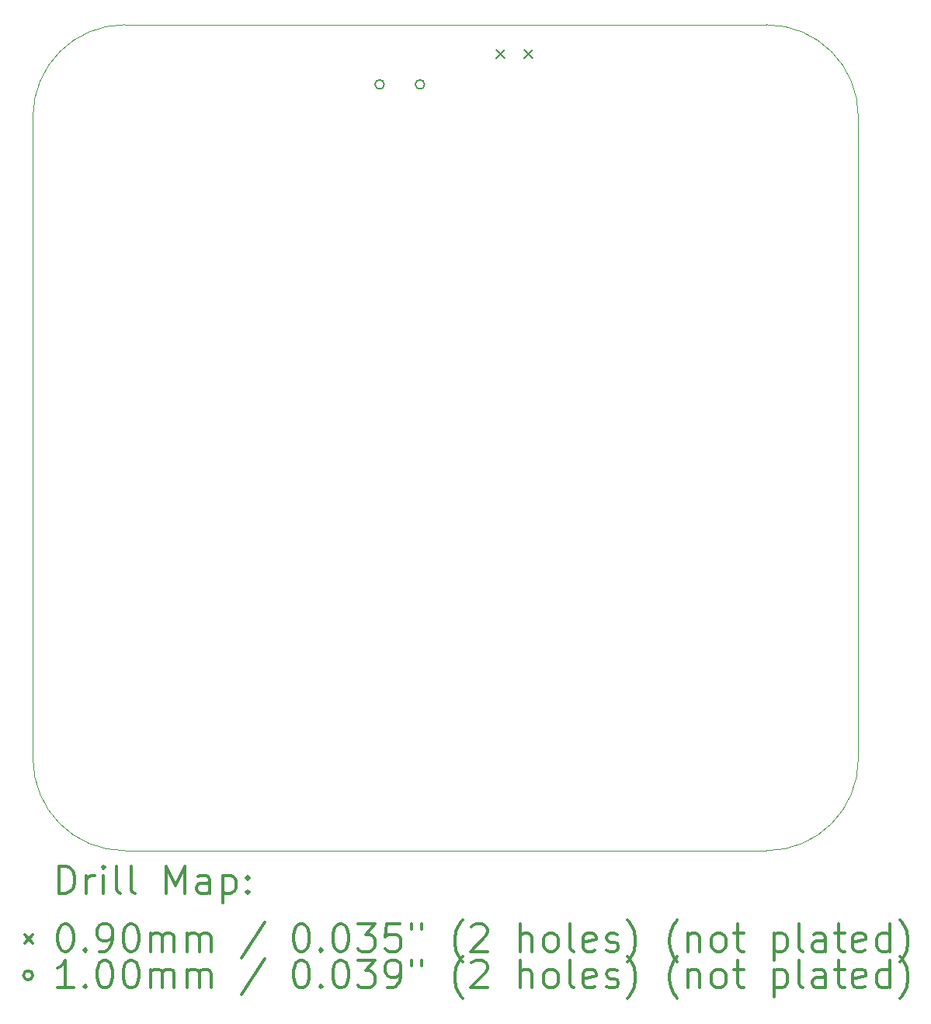
<source format=gbr>
%FSLAX45Y45*%
G04 Gerber Fmt 4.5, Leading zero omitted, Abs format (unit mm)*
G04 Created by KiCad (PCBNEW (5.1.8)-1) date 2021-04-18 14:38:34*
%MOMM*%
%LPD*%
G01*
G04 APERTURE LIST*
%TA.AperFunction,Profile*%
%ADD10C,0.050000*%
%TD*%
%ADD11C,0.200000*%
%ADD12C,0.300000*%
G04 APERTURE END LIST*
D10*
X5500000Y-14000000D02*
G75*
G02*
X4500000Y-13000000I0J1000000D01*
G01*
X13500000Y-13000000D02*
G75*
G02*
X12500000Y-14000000I-1000000J0D01*
G01*
X12500000Y-5000000D02*
G75*
G02*
X13500000Y-6000000I0J-1000000D01*
G01*
X13500000Y-6000000D02*
X13500000Y-13000000D01*
X5500000Y-14000000D02*
X12500000Y-14000000D01*
X5500000Y-5000000D02*
X12500000Y-5000000D01*
X4500000Y-6000000D02*
G75*
G02*
X5500000Y-5000000I1000000J0D01*
G01*
X4500000Y-6000000D02*
X4500000Y-13000000D01*
D11*
X9555000Y-5272000D02*
X9645000Y-5362000D01*
X9645000Y-5272000D02*
X9555000Y-5362000D01*
X9855000Y-5272000D02*
X9945000Y-5362000D01*
X9945000Y-5272000D02*
X9855000Y-5362000D01*
X8330000Y-5650000D02*
G75*
G03*
X8330000Y-5650000I-50000J0D01*
G01*
X8770000Y-5650000D02*
G75*
G03*
X8770000Y-5650000I-50000J0D01*
G01*
D12*
X4783928Y-14468214D02*
X4783928Y-14168214D01*
X4855357Y-14168214D01*
X4898214Y-14182500D01*
X4926786Y-14211071D01*
X4941071Y-14239643D01*
X4955357Y-14296786D01*
X4955357Y-14339643D01*
X4941071Y-14396786D01*
X4926786Y-14425357D01*
X4898214Y-14453929D01*
X4855357Y-14468214D01*
X4783928Y-14468214D01*
X5083928Y-14468214D02*
X5083928Y-14268214D01*
X5083928Y-14325357D02*
X5098214Y-14296786D01*
X5112500Y-14282500D01*
X5141071Y-14268214D01*
X5169643Y-14268214D01*
X5269643Y-14468214D02*
X5269643Y-14268214D01*
X5269643Y-14168214D02*
X5255357Y-14182500D01*
X5269643Y-14196786D01*
X5283928Y-14182500D01*
X5269643Y-14168214D01*
X5269643Y-14196786D01*
X5455357Y-14468214D02*
X5426786Y-14453929D01*
X5412500Y-14425357D01*
X5412500Y-14168214D01*
X5612500Y-14468214D02*
X5583928Y-14453929D01*
X5569643Y-14425357D01*
X5569643Y-14168214D01*
X5955357Y-14468214D02*
X5955357Y-14168214D01*
X6055357Y-14382500D01*
X6155357Y-14168214D01*
X6155357Y-14468214D01*
X6426786Y-14468214D02*
X6426786Y-14311071D01*
X6412500Y-14282500D01*
X6383928Y-14268214D01*
X6326786Y-14268214D01*
X6298214Y-14282500D01*
X6426786Y-14453929D02*
X6398214Y-14468214D01*
X6326786Y-14468214D01*
X6298214Y-14453929D01*
X6283928Y-14425357D01*
X6283928Y-14396786D01*
X6298214Y-14368214D01*
X6326786Y-14353929D01*
X6398214Y-14353929D01*
X6426786Y-14339643D01*
X6569643Y-14268214D02*
X6569643Y-14568214D01*
X6569643Y-14282500D02*
X6598214Y-14268214D01*
X6655357Y-14268214D01*
X6683928Y-14282500D01*
X6698214Y-14296786D01*
X6712500Y-14325357D01*
X6712500Y-14411071D01*
X6698214Y-14439643D01*
X6683928Y-14453929D01*
X6655357Y-14468214D01*
X6598214Y-14468214D01*
X6569643Y-14453929D01*
X6841071Y-14439643D02*
X6855357Y-14453929D01*
X6841071Y-14468214D01*
X6826786Y-14453929D01*
X6841071Y-14439643D01*
X6841071Y-14468214D01*
X6841071Y-14282500D02*
X6855357Y-14296786D01*
X6841071Y-14311071D01*
X6826786Y-14296786D01*
X6841071Y-14282500D01*
X6841071Y-14311071D01*
X4407500Y-14917500D02*
X4497500Y-15007500D01*
X4497500Y-14917500D02*
X4407500Y-15007500D01*
X4841071Y-14798214D02*
X4869643Y-14798214D01*
X4898214Y-14812500D01*
X4912500Y-14826786D01*
X4926786Y-14855357D01*
X4941071Y-14912500D01*
X4941071Y-14983929D01*
X4926786Y-15041071D01*
X4912500Y-15069643D01*
X4898214Y-15083929D01*
X4869643Y-15098214D01*
X4841071Y-15098214D01*
X4812500Y-15083929D01*
X4798214Y-15069643D01*
X4783928Y-15041071D01*
X4769643Y-14983929D01*
X4769643Y-14912500D01*
X4783928Y-14855357D01*
X4798214Y-14826786D01*
X4812500Y-14812500D01*
X4841071Y-14798214D01*
X5069643Y-15069643D02*
X5083928Y-15083929D01*
X5069643Y-15098214D01*
X5055357Y-15083929D01*
X5069643Y-15069643D01*
X5069643Y-15098214D01*
X5226786Y-15098214D02*
X5283928Y-15098214D01*
X5312500Y-15083929D01*
X5326786Y-15069643D01*
X5355357Y-15026786D01*
X5369643Y-14969643D01*
X5369643Y-14855357D01*
X5355357Y-14826786D01*
X5341071Y-14812500D01*
X5312500Y-14798214D01*
X5255357Y-14798214D01*
X5226786Y-14812500D01*
X5212500Y-14826786D01*
X5198214Y-14855357D01*
X5198214Y-14926786D01*
X5212500Y-14955357D01*
X5226786Y-14969643D01*
X5255357Y-14983929D01*
X5312500Y-14983929D01*
X5341071Y-14969643D01*
X5355357Y-14955357D01*
X5369643Y-14926786D01*
X5555357Y-14798214D02*
X5583928Y-14798214D01*
X5612500Y-14812500D01*
X5626786Y-14826786D01*
X5641071Y-14855357D01*
X5655357Y-14912500D01*
X5655357Y-14983929D01*
X5641071Y-15041071D01*
X5626786Y-15069643D01*
X5612500Y-15083929D01*
X5583928Y-15098214D01*
X5555357Y-15098214D01*
X5526786Y-15083929D01*
X5512500Y-15069643D01*
X5498214Y-15041071D01*
X5483928Y-14983929D01*
X5483928Y-14912500D01*
X5498214Y-14855357D01*
X5512500Y-14826786D01*
X5526786Y-14812500D01*
X5555357Y-14798214D01*
X5783928Y-15098214D02*
X5783928Y-14898214D01*
X5783928Y-14926786D02*
X5798214Y-14912500D01*
X5826786Y-14898214D01*
X5869643Y-14898214D01*
X5898214Y-14912500D01*
X5912500Y-14941071D01*
X5912500Y-15098214D01*
X5912500Y-14941071D02*
X5926786Y-14912500D01*
X5955357Y-14898214D01*
X5998214Y-14898214D01*
X6026786Y-14912500D01*
X6041071Y-14941071D01*
X6041071Y-15098214D01*
X6183928Y-15098214D02*
X6183928Y-14898214D01*
X6183928Y-14926786D02*
X6198214Y-14912500D01*
X6226786Y-14898214D01*
X6269643Y-14898214D01*
X6298214Y-14912500D01*
X6312500Y-14941071D01*
X6312500Y-15098214D01*
X6312500Y-14941071D02*
X6326786Y-14912500D01*
X6355357Y-14898214D01*
X6398214Y-14898214D01*
X6426786Y-14912500D01*
X6441071Y-14941071D01*
X6441071Y-15098214D01*
X7026786Y-14783929D02*
X6769643Y-15169643D01*
X7412500Y-14798214D02*
X7441071Y-14798214D01*
X7469643Y-14812500D01*
X7483928Y-14826786D01*
X7498214Y-14855357D01*
X7512500Y-14912500D01*
X7512500Y-14983929D01*
X7498214Y-15041071D01*
X7483928Y-15069643D01*
X7469643Y-15083929D01*
X7441071Y-15098214D01*
X7412500Y-15098214D01*
X7383928Y-15083929D01*
X7369643Y-15069643D01*
X7355357Y-15041071D01*
X7341071Y-14983929D01*
X7341071Y-14912500D01*
X7355357Y-14855357D01*
X7369643Y-14826786D01*
X7383928Y-14812500D01*
X7412500Y-14798214D01*
X7641071Y-15069643D02*
X7655357Y-15083929D01*
X7641071Y-15098214D01*
X7626786Y-15083929D01*
X7641071Y-15069643D01*
X7641071Y-15098214D01*
X7841071Y-14798214D02*
X7869643Y-14798214D01*
X7898214Y-14812500D01*
X7912500Y-14826786D01*
X7926786Y-14855357D01*
X7941071Y-14912500D01*
X7941071Y-14983929D01*
X7926786Y-15041071D01*
X7912500Y-15069643D01*
X7898214Y-15083929D01*
X7869643Y-15098214D01*
X7841071Y-15098214D01*
X7812500Y-15083929D01*
X7798214Y-15069643D01*
X7783928Y-15041071D01*
X7769643Y-14983929D01*
X7769643Y-14912500D01*
X7783928Y-14855357D01*
X7798214Y-14826786D01*
X7812500Y-14812500D01*
X7841071Y-14798214D01*
X8041071Y-14798214D02*
X8226786Y-14798214D01*
X8126786Y-14912500D01*
X8169643Y-14912500D01*
X8198214Y-14926786D01*
X8212500Y-14941071D01*
X8226786Y-14969643D01*
X8226786Y-15041071D01*
X8212500Y-15069643D01*
X8198214Y-15083929D01*
X8169643Y-15098214D01*
X8083928Y-15098214D01*
X8055357Y-15083929D01*
X8041071Y-15069643D01*
X8498214Y-14798214D02*
X8355357Y-14798214D01*
X8341071Y-14941071D01*
X8355357Y-14926786D01*
X8383928Y-14912500D01*
X8455357Y-14912500D01*
X8483928Y-14926786D01*
X8498214Y-14941071D01*
X8512500Y-14969643D01*
X8512500Y-15041071D01*
X8498214Y-15069643D01*
X8483928Y-15083929D01*
X8455357Y-15098214D01*
X8383928Y-15098214D01*
X8355357Y-15083929D01*
X8341071Y-15069643D01*
X8626786Y-14798214D02*
X8626786Y-14855357D01*
X8741071Y-14798214D02*
X8741071Y-14855357D01*
X9183928Y-15212500D02*
X9169643Y-15198214D01*
X9141071Y-15155357D01*
X9126786Y-15126786D01*
X9112500Y-15083929D01*
X9098214Y-15012500D01*
X9098214Y-14955357D01*
X9112500Y-14883929D01*
X9126786Y-14841071D01*
X9141071Y-14812500D01*
X9169643Y-14769643D01*
X9183928Y-14755357D01*
X9283928Y-14826786D02*
X9298214Y-14812500D01*
X9326786Y-14798214D01*
X9398214Y-14798214D01*
X9426786Y-14812500D01*
X9441071Y-14826786D01*
X9455357Y-14855357D01*
X9455357Y-14883929D01*
X9441071Y-14926786D01*
X9269643Y-15098214D01*
X9455357Y-15098214D01*
X9812500Y-15098214D02*
X9812500Y-14798214D01*
X9941071Y-15098214D02*
X9941071Y-14941071D01*
X9926786Y-14912500D01*
X9898214Y-14898214D01*
X9855357Y-14898214D01*
X9826786Y-14912500D01*
X9812500Y-14926786D01*
X10126786Y-15098214D02*
X10098214Y-15083929D01*
X10083928Y-15069643D01*
X10069643Y-15041071D01*
X10069643Y-14955357D01*
X10083928Y-14926786D01*
X10098214Y-14912500D01*
X10126786Y-14898214D01*
X10169643Y-14898214D01*
X10198214Y-14912500D01*
X10212500Y-14926786D01*
X10226786Y-14955357D01*
X10226786Y-15041071D01*
X10212500Y-15069643D01*
X10198214Y-15083929D01*
X10169643Y-15098214D01*
X10126786Y-15098214D01*
X10398214Y-15098214D02*
X10369643Y-15083929D01*
X10355357Y-15055357D01*
X10355357Y-14798214D01*
X10626786Y-15083929D02*
X10598214Y-15098214D01*
X10541071Y-15098214D01*
X10512500Y-15083929D01*
X10498214Y-15055357D01*
X10498214Y-14941071D01*
X10512500Y-14912500D01*
X10541071Y-14898214D01*
X10598214Y-14898214D01*
X10626786Y-14912500D01*
X10641071Y-14941071D01*
X10641071Y-14969643D01*
X10498214Y-14998214D01*
X10755357Y-15083929D02*
X10783928Y-15098214D01*
X10841071Y-15098214D01*
X10869643Y-15083929D01*
X10883928Y-15055357D01*
X10883928Y-15041071D01*
X10869643Y-15012500D01*
X10841071Y-14998214D01*
X10798214Y-14998214D01*
X10769643Y-14983929D01*
X10755357Y-14955357D01*
X10755357Y-14941071D01*
X10769643Y-14912500D01*
X10798214Y-14898214D01*
X10841071Y-14898214D01*
X10869643Y-14912500D01*
X10983928Y-15212500D02*
X10998214Y-15198214D01*
X11026786Y-15155357D01*
X11041071Y-15126786D01*
X11055357Y-15083929D01*
X11069643Y-15012500D01*
X11069643Y-14955357D01*
X11055357Y-14883929D01*
X11041071Y-14841071D01*
X11026786Y-14812500D01*
X10998214Y-14769643D01*
X10983928Y-14755357D01*
X11526786Y-15212500D02*
X11512500Y-15198214D01*
X11483928Y-15155357D01*
X11469643Y-15126786D01*
X11455357Y-15083929D01*
X11441071Y-15012500D01*
X11441071Y-14955357D01*
X11455357Y-14883929D01*
X11469643Y-14841071D01*
X11483928Y-14812500D01*
X11512500Y-14769643D01*
X11526786Y-14755357D01*
X11641071Y-14898214D02*
X11641071Y-15098214D01*
X11641071Y-14926786D02*
X11655357Y-14912500D01*
X11683928Y-14898214D01*
X11726786Y-14898214D01*
X11755357Y-14912500D01*
X11769643Y-14941071D01*
X11769643Y-15098214D01*
X11955357Y-15098214D02*
X11926786Y-15083929D01*
X11912500Y-15069643D01*
X11898214Y-15041071D01*
X11898214Y-14955357D01*
X11912500Y-14926786D01*
X11926786Y-14912500D01*
X11955357Y-14898214D01*
X11998214Y-14898214D01*
X12026786Y-14912500D01*
X12041071Y-14926786D01*
X12055357Y-14955357D01*
X12055357Y-15041071D01*
X12041071Y-15069643D01*
X12026786Y-15083929D01*
X11998214Y-15098214D01*
X11955357Y-15098214D01*
X12141071Y-14898214D02*
X12255357Y-14898214D01*
X12183928Y-14798214D02*
X12183928Y-15055357D01*
X12198214Y-15083929D01*
X12226786Y-15098214D01*
X12255357Y-15098214D01*
X12583928Y-14898214D02*
X12583928Y-15198214D01*
X12583928Y-14912500D02*
X12612500Y-14898214D01*
X12669643Y-14898214D01*
X12698214Y-14912500D01*
X12712500Y-14926786D01*
X12726786Y-14955357D01*
X12726786Y-15041071D01*
X12712500Y-15069643D01*
X12698214Y-15083929D01*
X12669643Y-15098214D01*
X12612500Y-15098214D01*
X12583928Y-15083929D01*
X12898214Y-15098214D02*
X12869643Y-15083929D01*
X12855357Y-15055357D01*
X12855357Y-14798214D01*
X13141071Y-15098214D02*
X13141071Y-14941071D01*
X13126786Y-14912500D01*
X13098214Y-14898214D01*
X13041071Y-14898214D01*
X13012500Y-14912500D01*
X13141071Y-15083929D02*
X13112500Y-15098214D01*
X13041071Y-15098214D01*
X13012500Y-15083929D01*
X12998214Y-15055357D01*
X12998214Y-15026786D01*
X13012500Y-14998214D01*
X13041071Y-14983929D01*
X13112500Y-14983929D01*
X13141071Y-14969643D01*
X13241071Y-14898214D02*
X13355357Y-14898214D01*
X13283928Y-14798214D02*
X13283928Y-15055357D01*
X13298214Y-15083929D01*
X13326786Y-15098214D01*
X13355357Y-15098214D01*
X13569643Y-15083929D02*
X13541071Y-15098214D01*
X13483928Y-15098214D01*
X13455357Y-15083929D01*
X13441071Y-15055357D01*
X13441071Y-14941071D01*
X13455357Y-14912500D01*
X13483928Y-14898214D01*
X13541071Y-14898214D01*
X13569643Y-14912500D01*
X13583928Y-14941071D01*
X13583928Y-14969643D01*
X13441071Y-14998214D01*
X13841071Y-15098214D02*
X13841071Y-14798214D01*
X13841071Y-15083929D02*
X13812500Y-15098214D01*
X13755357Y-15098214D01*
X13726786Y-15083929D01*
X13712500Y-15069643D01*
X13698214Y-15041071D01*
X13698214Y-14955357D01*
X13712500Y-14926786D01*
X13726786Y-14912500D01*
X13755357Y-14898214D01*
X13812500Y-14898214D01*
X13841071Y-14912500D01*
X13955357Y-15212500D02*
X13969643Y-15198214D01*
X13998214Y-15155357D01*
X14012500Y-15126786D01*
X14026786Y-15083929D01*
X14041071Y-15012500D01*
X14041071Y-14955357D01*
X14026786Y-14883929D01*
X14012500Y-14841071D01*
X13998214Y-14812500D01*
X13969643Y-14769643D01*
X13955357Y-14755357D01*
X4497500Y-15358500D02*
G75*
G03*
X4497500Y-15358500I-50000J0D01*
G01*
X4941071Y-15494214D02*
X4769643Y-15494214D01*
X4855357Y-15494214D02*
X4855357Y-15194214D01*
X4826786Y-15237071D01*
X4798214Y-15265643D01*
X4769643Y-15279929D01*
X5069643Y-15465643D02*
X5083928Y-15479929D01*
X5069643Y-15494214D01*
X5055357Y-15479929D01*
X5069643Y-15465643D01*
X5069643Y-15494214D01*
X5269643Y-15194214D02*
X5298214Y-15194214D01*
X5326786Y-15208500D01*
X5341071Y-15222786D01*
X5355357Y-15251357D01*
X5369643Y-15308500D01*
X5369643Y-15379929D01*
X5355357Y-15437071D01*
X5341071Y-15465643D01*
X5326786Y-15479929D01*
X5298214Y-15494214D01*
X5269643Y-15494214D01*
X5241071Y-15479929D01*
X5226786Y-15465643D01*
X5212500Y-15437071D01*
X5198214Y-15379929D01*
X5198214Y-15308500D01*
X5212500Y-15251357D01*
X5226786Y-15222786D01*
X5241071Y-15208500D01*
X5269643Y-15194214D01*
X5555357Y-15194214D02*
X5583928Y-15194214D01*
X5612500Y-15208500D01*
X5626786Y-15222786D01*
X5641071Y-15251357D01*
X5655357Y-15308500D01*
X5655357Y-15379929D01*
X5641071Y-15437071D01*
X5626786Y-15465643D01*
X5612500Y-15479929D01*
X5583928Y-15494214D01*
X5555357Y-15494214D01*
X5526786Y-15479929D01*
X5512500Y-15465643D01*
X5498214Y-15437071D01*
X5483928Y-15379929D01*
X5483928Y-15308500D01*
X5498214Y-15251357D01*
X5512500Y-15222786D01*
X5526786Y-15208500D01*
X5555357Y-15194214D01*
X5783928Y-15494214D02*
X5783928Y-15294214D01*
X5783928Y-15322786D02*
X5798214Y-15308500D01*
X5826786Y-15294214D01*
X5869643Y-15294214D01*
X5898214Y-15308500D01*
X5912500Y-15337071D01*
X5912500Y-15494214D01*
X5912500Y-15337071D02*
X5926786Y-15308500D01*
X5955357Y-15294214D01*
X5998214Y-15294214D01*
X6026786Y-15308500D01*
X6041071Y-15337071D01*
X6041071Y-15494214D01*
X6183928Y-15494214D02*
X6183928Y-15294214D01*
X6183928Y-15322786D02*
X6198214Y-15308500D01*
X6226786Y-15294214D01*
X6269643Y-15294214D01*
X6298214Y-15308500D01*
X6312500Y-15337071D01*
X6312500Y-15494214D01*
X6312500Y-15337071D02*
X6326786Y-15308500D01*
X6355357Y-15294214D01*
X6398214Y-15294214D01*
X6426786Y-15308500D01*
X6441071Y-15337071D01*
X6441071Y-15494214D01*
X7026786Y-15179929D02*
X6769643Y-15565643D01*
X7412500Y-15194214D02*
X7441071Y-15194214D01*
X7469643Y-15208500D01*
X7483928Y-15222786D01*
X7498214Y-15251357D01*
X7512500Y-15308500D01*
X7512500Y-15379929D01*
X7498214Y-15437071D01*
X7483928Y-15465643D01*
X7469643Y-15479929D01*
X7441071Y-15494214D01*
X7412500Y-15494214D01*
X7383928Y-15479929D01*
X7369643Y-15465643D01*
X7355357Y-15437071D01*
X7341071Y-15379929D01*
X7341071Y-15308500D01*
X7355357Y-15251357D01*
X7369643Y-15222786D01*
X7383928Y-15208500D01*
X7412500Y-15194214D01*
X7641071Y-15465643D02*
X7655357Y-15479929D01*
X7641071Y-15494214D01*
X7626786Y-15479929D01*
X7641071Y-15465643D01*
X7641071Y-15494214D01*
X7841071Y-15194214D02*
X7869643Y-15194214D01*
X7898214Y-15208500D01*
X7912500Y-15222786D01*
X7926786Y-15251357D01*
X7941071Y-15308500D01*
X7941071Y-15379929D01*
X7926786Y-15437071D01*
X7912500Y-15465643D01*
X7898214Y-15479929D01*
X7869643Y-15494214D01*
X7841071Y-15494214D01*
X7812500Y-15479929D01*
X7798214Y-15465643D01*
X7783928Y-15437071D01*
X7769643Y-15379929D01*
X7769643Y-15308500D01*
X7783928Y-15251357D01*
X7798214Y-15222786D01*
X7812500Y-15208500D01*
X7841071Y-15194214D01*
X8041071Y-15194214D02*
X8226786Y-15194214D01*
X8126786Y-15308500D01*
X8169643Y-15308500D01*
X8198214Y-15322786D01*
X8212500Y-15337071D01*
X8226786Y-15365643D01*
X8226786Y-15437071D01*
X8212500Y-15465643D01*
X8198214Y-15479929D01*
X8169643Y-15494214D01*
X8083928Y-15494214D01*
X8055357Y-15479929D01*
X8041071Y-15465643D01*
X8369643Y-15494214D02*
X8426786Y-15494214D01*
X8455357Y-15479929D01*
X8469643Y-15465643D01*
X8498214Y-15422786D01*
X8512500Y-15365643D01*
X8512500Y-15251357D01*
X8498214Y-15222786D01*
X8483928Y-15208500D01*
X8455357Y-15194214D01*
X8398214Y-15194214D01*
X8369643Y-15208500D01*
X8355357Y-15222786D01*
X8341071Y-15251357D01*
X8341071Y-15322786D01*
X8355357Y-15351357D01*
X8369643Y-15365643D01*
X8398214Y-15379929D01*
X8455357Y-15379929D01*
X8483928Y-15365643D01*
X8498214Y-15351357D01*
X8512500Y-15322786D01*
X8626786Y-15194214D02*
X8626786Y-15251357D01*
X8741071Y-15194214D02*
X8741071Y-15251357D01*
X9183928Y-15608500D02*
X9169643Y-15594214D01*
X9141071Y-15551357D01*
X9126786Y-15522786D01*
X9112500Y-15479929D01*
X9098214Y-15408500D01*
X9098214Y-15351357D01*
X9112500Y-15279929D01*
X9126786Y-15237071D01*
X9141071Y-15208500D01*
X9169643Y-15165643D01*
X9183928Y-15151357D01*
X9283928Y-15222786D02*
X9298214Y-15208500D01*
X9326786Y-15194214D01*
X9398214Y-15194214D01*
X9426786Y-15208500D01*
X9441071Y-15222786D01*
X9455357Y-15251357D01*
X9455357Y-15279929D01*
X9441071Y-15322786D01*
X9269643Y-15494214D01*
X9455357Y-15494214D01*
X9812500Y-15494214D02*
X9812500Y-15194214D01*
X9941071Y-15494214D02*
X9941071Y-15337071D01*
X9926786Y-15308500D01*
X9898214Y-15294214D01*
X9855357Y-15294214D01*
X9826786Y-15308500D01*
X9812500Y-15322786D01*
X10126786Y-15494214D02*
X10098214Y-15479929D01*
X10083928Y-15465643D01*
X10069643Y-15437071D01*
X10069643Y-15351357D01*
X10083928Y-15322786D01*
X10098214Y-15308500D01*
X10126786Y-15294214D01*
X10169643Y-15294214D01*
X10198214Y-15308500D01*
X10212500Y-15322786D01*
X10226786Y-15351357D01*
X10226786Y-15437071D01*
X10212500Y-15465643D01*
X10198214Y-15479929D01*
X10169643Y-15494214D01*
X10126786Y-15494214D01*
X10398214Y-15494214D02*
X10369643Y-15479929D01*
X10355357Y-15451357D01*
X10355357Y-15194214D01*
X10626786Y-15479929D02*
X10598214Y-15494214D01*
X10541071Y-15494214D01*
X10512500Y-15479929D01*
X10498214Y-15451357D01*
X10498214Y-15337071D01*
X10512500Y-15308500D01*
X10541071Y-15294214D01*
X10598214Y-15294214D01*
X10626786Y-15308500D01*
X10641071Y-15337071D01*
X10641071Y-15365643D01*
X10498214Y-15394214D01*
X10755357Y-15479929D02*
X10783928Y-15494214D01*
X10841071Y-15494214D01*
X10869643Y-15479929D01*
X10883928Y-15451357D01*
X10883928Y-15437071D01*
X10869643Y-15408500D01*
X10841071Y-15394214D01*
X10798214Y-15394214D01*
X10769643Y-15379929D01*
X10755357Y-15351357D01*
X10755357Y-15337071D01*
X10769643Y-15308500D01*
X10798214Y-15294214D01*
X10841071Y-15294214D01*
X10869643Y-15308500D01*
X10983928Y-15608500D02*
X10998214Y-15594214D01*
X11026786Y-15551357D01*
X11041071Y-15522786D01*
X11055357Y-15479929D01*
X11069643Y-15408500D01*
X11069643Y-15351357D01*
X11055357Y-15279929D01*
X11041071Y-15237071D01*
X11026786Y-15208500D01*
X10998214Y-15165643D01*
X10983928Y-15151357D01*
X11526786Y-15608500D02*
X11512500Y-15594214D01*
X11483928Y-15551357D01*
X11469643Y-15522786D01*
X11455357Y-15479929D01*
X11441071Y-15408500D01*
X11441071Y-15351357D01*
X11455357Y-15279929D01*
X11469643Y-15237071D01*
X11483928Y-15208500D01*
X11512500Y-15165643D01*
X11526786Y-15151357D01*
X11641071Y-15294214D02*
X11641071Y-15494214D01*
X11641071Y-15322786D02*
X11655357Y-15308500D01*
X11683928Y-15294214D01*
X11726786Y-15294214D01*
X11755357Y-15308500D01*
X11769643Y-15337071D01*
X11769643Y-15494214D01*
X11955357Y-15494214D02*
X11926786Y-15479929D01*
X11912500Y-15465643D01*
X11898214Y-15437071D01*
X11898214Y-15351357D01*
X11912500Y-15322786D01*
X11926786Y-15308500D01*
X11955357Y-15294214D01*
X11998214Y-15294214D01*
X12026786Y-15308500D01*
X12041071Y-15322786D01*
X12055357Y-15351357D01*
X12055357Y-15437071D01*
X12041071Y-15465643D01*
X12026786Y-15479929D01*
X11998214Y-15494214D01*
X11955357Y-15494214D01*
X12141071Y-15294214D02*
X12255357Y-15294214D01*
X12183928Y-15194214D02*
X12183928Y-15451357D01*
X12198214Y-15479929D01*
X12226786Y-15494214D01*
X12255357Y-15494214D01*
X12583928Y-15294214D02*
X12583928Y-15594214D01*
X12583928Y-15308500D02*
X12612500Y-15294214D01*
X12669643Y-15294214D01*
X12698214Y-15308500D01*
X12712500Y-15322786D01*
X12726786Y-15351357D01*
X12726786Y-15437071D01*
X12712500Y-15465643D01*
X12698214Y-15479929D01*
X12669643Y-15494214D01*
X12612500Y-15494214D01*
X12583928Y-15479929D01*
X12898214Y-15494214D02*
X12869643Y-15479929D01*
X12855357Y-15451357D01*
X12855357Y-15194214D01*
X13141071Y-15494214D02*
X13141071Y-15337071D01*
X13126786Y-15308500D01*
X13098214Y-15294214D01*
X13041071Y-15294214D01*
X13012500Y-15308500D01*
X13141071Y-15479929D02*
X13112500Y-15494214D01*
X13041071Y-15494214D01*
X13012500Y-15479929D01*
X12998214Y-15451357D01*
X12998214Y-15422786D01*
X13012500Y-15394214D01*
X13041071Y-15379929D01*
X13112500Y-15379929D01*
X13141071Y-15365643D01*
X13241071Y-15294214D02*
X13355357Y-15294214D01*
X13283928Y-15194214D02*
X13283928Y-15451357D01*
X13298214Y-15479929D01*
X13326786Y-15494214D01*
X13355357Y-15494214D01*
X13569643Y-15479929D02*
X13541071Y-15494214D01*
X13483928Y-15494214D01*
X13455357Y-15479929D01*
X13441071Y-15451357D01*
X13441071Y-15337071D01*
X13455357Y-15308500D01*
X13483928Y-15294214D01*
X13541071Y-15294214D01*
X13569643Y-15308500D01*
X13583928Y-15337071D01*
X13583928Y-15365643D01*
X13441071Y-15394214D01*
X13841071Y-15494214D02*
X13841071Y-15194214D01*
X13841071Y-15479929D02*
X13812500Y-15494214D01*
X13755357Y-15494214D01*
X13726786Y-15479929D01*
X13712500Y-15465643D01*
X13698214Y-15437071D01*
X13698214Y-15351357D01*
X13712500Y-15322786D01*
X13726786Y-15308500D01*
X13755357Y-15294214D01*
X13812500Y-15294214D01*
X13841071Y-15308500D01*
X13955357Y-15608500D02*
X13969643Y-15594214D01*
X13998214Y-15551357D01*
X14012500Y-15522786D01*
X14026786Y-15479929D01*
X14041071Y-15408500D01*
X14041071Y-15351357D01*
X14026786Y-15279929D01*
X14012500Y-15237071D01*
X13998214Y-15208500D01*
X13969643Y-15165643D01*
X13955357Y-15151357D01*
M02*

</source>
